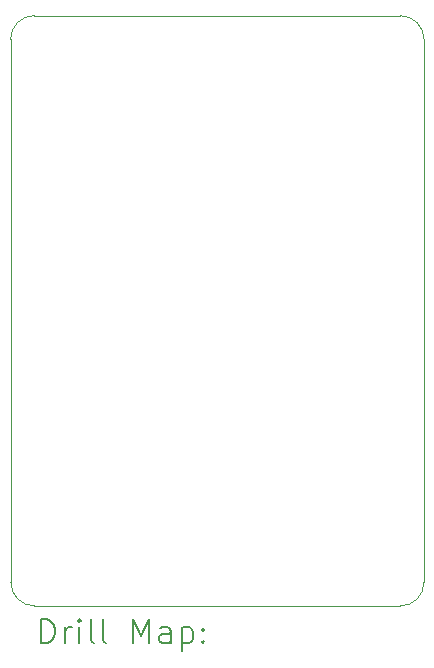
<source format=gbr>
%TF.GenerationSoftware,KiCad,Pcbnew,8.0.4*%
%TF.CreationDate,2024-09-18T18:28:40+10:00*%
%TF.ProjectId,ESC,4553432e-6b69-4636-9164-5f7063625858,rev?*%
%TF.SameCoordinates,Original*%
%TF.FileFunction,Drillmap*%
%TF.FilePolarity,Positive*%
%FSLAX45Y45*%
G04 Gerber Fmt 4.5, Leading zero omitted, Abs format (unit mm)*
G04 Created by KiCad (PCBNEW 8.0.4) date 2024-09-18 18:28:40*
%MOMM*%
%LPD*%
G01*
G04 APERTURE LIST*
%ADD10C,0.050000*%
%ADD11C,0.200000*%
G04 APERTURE END LIST*
D10*
X12800000Y-2601421D02*
G75*
G02*
X12999999Y-2801421I0J-199999D01*
G01*
X9701421Y-7598579D02*
G75*
G02*
X9501421Y-7398579I-1J199999D01*
G01*
X9501421Y-7398579D02*
X9500000Y-2800000D01*
X13000000Y-7398579D02*
G75*
G02*
X12800000Y-7598580I-200000J-1D01*
G01*
X12800000Y-7598579D02*
X9701421Y-7598579D01*
X9500000Y-2800000D02*
G75*
G02*
X9700000Y-2600000I200000J0D01*
G01*
X13000000Y-2801421D02*
X13000000Y-7398579D01*
X9700000Y-2600000D02*
X12800000Y-2601421D01*
D11*
X9758277Y-7912562D02*
X9758277Y-7712562D01*
X9758277Y-7712562D02*
X9805896Y-7712562D01*
X9805896Y-7712562D02*
X9834467Y-7722086D01*
X9834467Y-7722086D02*
X9853515Y-7741134D01*
X9853515Y-7741134D02*
X9863039Y-7760181D01*
X9863039Y-7760181D02*
X9872563Y-7798277D01*
X9872563Y-7798277D02*
X9872563Y-7826848D01*
X9872563Y-7826848D02*
X9863039Y-7864943D01*
X9863039Y-7864943D02*
X9853515Y-7883991D01*
X9853515Y-7883991D02*
X9834467Y-7903039D01*
X9834467Y-7903039D02*
X9805896Y-7912562D01*
X9805896Y-7912562D02*
X9758277Y-7912562D01*
X9958277Y-7912562D02*
X9958277Y-7779229D01*
X9958277Y-7817324D02*
X9967801Y-7798277D01*
X9967801Y-7798277D02*
X9977324Y-7788753D01*
X9977324Y-7788753D02*
X9996372Y-7779229D01*
X9996372Y-7779229D02*
X10015420Y-7779229D01*
X10082086Y-7912562D02*
X10082086Y-7779229D01*
X10082086Y-7712562D02*
X10072563Y-7722086D01*
X10072563Y-7722086D02*
X10082086Y-7731610D01*
X10082086Y-7731610D02*
X10091610Y-7722086D01*
X10091610Y-7722086D02*
X10082086Y-7712562D01*
X10082086Y-7712562D02*
X10082086Y-7731610D01*
X10205896Y-7912562D02*
X10186848Y-7903039D01*
X10186848Y-7903039D02*
X10177324Y-7883991D01*
X10177324Y-7883991D02*
X10177324Y-7712562D01*
X10310658Y-7912562D02*
X10291610Y-7903039D01*
X10291610Y-7903039D02*
X10282086Y-7883991D01*
X10282086Y-7883991D02*
X10282086Y-7712562D01*
X10539229Y-7912562D02*
X10539229Y-7712562D01*
X10539229Y-7712562D02*
X10605896Y-7855419D01*
X10605896Y-7855419D02*
X10672563Y-7712562D01*
X10672563Y-7712562D02*
X10672563Y-7912562D01*
X10853515Y-7912562D02*
X10853515Y-7807800D01*
X10853515Y-7807800D02*
X10843991Y-7788753D01*
X10843991Y-7788753D02*
X10824944Y-7779229D01*
X10824944Y-7779229D02*
X10786848Y-7779229D01*
X10786848Y-7779229D02*
X10767801Y-7788753D01*
X10853515Y-7903039D02*
X10834467Y-7912562D01*
X10834467Y-7912562D02*
X10786848Y-7912562D01*
X10786848Y-7912562D02*
X10767801Y-7903039D01*
X10767801Y-7903039D02*
X10758277Y-7883991D01*
X10758277Y-7883991D02*
X10758277Y-7864943D01*
X10758277Y-7864943D02*
X10767801Y-7845896D01*
X10767801Y-7845896D02*
X10786848Y-7836372D01*
X10786848Y-7836372D02*
X10834467Y-7836372D01*
X10834467Y-7836372D02*
X10853515Y-7826848D01*
X10948753Y-7779229D02*
X10948753Y-7979229D01*
X10948753Y-7788753D02*
X10967801Y-7779229D01*
X10967801Y-7779229D02*
X11005896Y-7779229D01*
X11005896Y-7779229D02*
X11024944Y-7788753D01*
X11024944Y-7788753D02*
X11034467Y-7798277D01*
X11034467Y-7798277D02*
X11043991Y-7817324D01*
X11043991Y-7817324D02*
X11043991Y-7874467D01*
X11043991Y-7874467D02*
X11034467Y-7893515D01*
X11034467Y-7893515D02*
X11024944Y-7903039D01*
X11024944Y-7903039D02*
X11005896Y-7912562D01*
X11005896Y-7912562D02*
X10967801Y-7912562D01*
X10967801Y-7912562D02*
X10948753Y-7903039D01*
X11129705Y-7893515D02*
X11139229Y-7903039D01*
X11139229Y-7903039D02*
X11129705Y-7912562D01*
X11129705Y-7912562D02*
X11120182Y-7903039D01*
X11120182Y-7903039D02*
X11129705Y-7893515D01*
X11129705Y-7893515D02*
X11129705Y-7912562D01*
X11129705Y-7788753D02*
X11139229Y-7798277D01*
X11139229Y-7798277D02*
X11129705Y-7807800D01*
X11129705Y-7807800D02*
X11120182Y-7798277D01*
X11120182Y-7798277D02*
X11129705Y-7788753D01*
X11129705Y-7788753D02*
X11129705Y-7807800D01*
M02*

</source>
